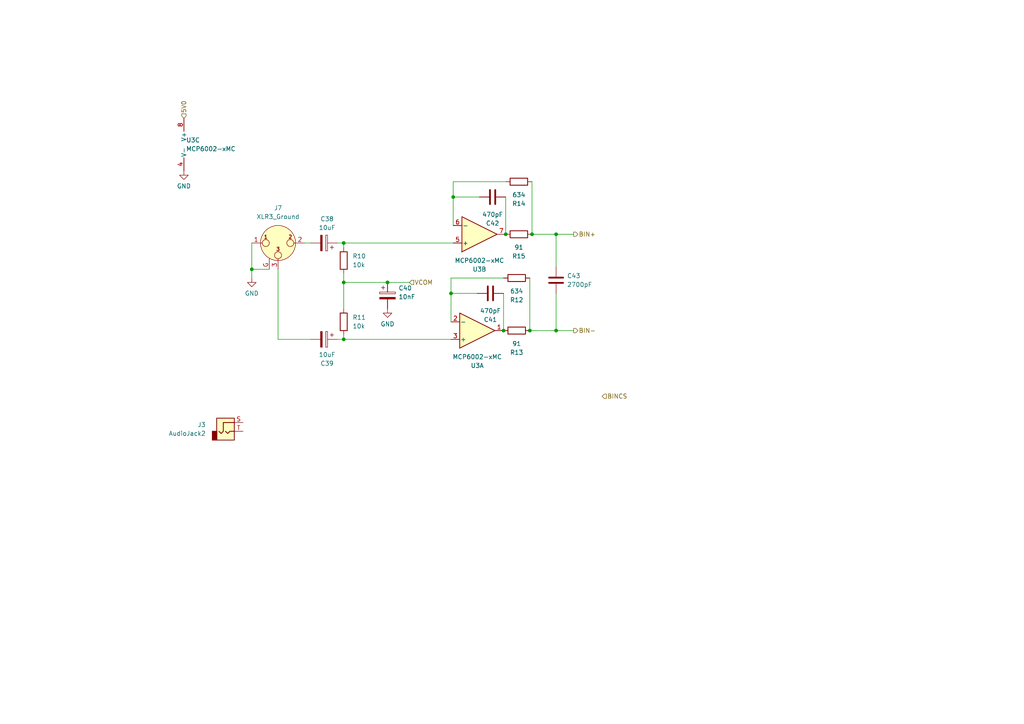
<source format=kicad_sch>
(kicad_sch (version 20230121) (generator eeschema)
  (paper "A4")
  (lib_symbols
    (symbol "Amplifier_Operational:MCP6002-xMC" (pin_names (offset 0.127))
      (property "Reference" "U" (at 0 5.08 0))
      (property "Value" "MCP6002-xMC" (at 0 -5.08 0))
      (symbol "MCP6002-xMC_1_1"
        (polyline (pts (xy -5.08 5.08) (xy 5.08 0) (xy -5.08 -5.08) (xy -5.08 5.08)) (stroke (width 0.254)) (fill (type background)))
        (pin output line (at 7.62 0 180) (length 2.54) (name "~") (number "1"))
        (pin input line (at -7.62 -2.54 0) (length 2.54) (name "-") (number "2"))
        (pin input line (at -7.62 2.54 0) (length 2.54) (name "+") (number "3"))
      )
      (symbol "MCP6002-xMC_2_1"
        (polyline (pts (xy -5.08 5.08) (xy 5.08 0) (xy -5.08 -5.08) (xy -5.08 5.08)) (stroke (width 0.254)) (fill (type background)))
        (pin input line (at -7.62 2.54 0) (length 2.54) (name "+") (number "5"))
        (pin input line (at -7.62 -2.54 0) (length 2.54) (name "-") (number "6"))
        (pin output line (at 7.62 0 180) (length 2.54) (name "~") (number "7"))
      )
      (symbol "MCP6002-xMC_3_1"
        (pin power_in line (at -2.54 -7.62 90) (length 3.81) (name "V-") (number "4"))
        (pin power_in line (at -2.54 7.62 270) (length 3.81) (name "V+") (number "8"))
        (pin passive line (at -2.54 -7.62 90) (length 3.81) hide (name "V-") (number "9"))
      )
    )
    (symbol "Connector_Audio:AudioJack2"
      (property "Reference" "J" (at 0 8.89 0))
      (property "Value" "AudioJack2" (at 0 6.35 0))
      (symbol "AudioJack2_0_1"
        (rectangle (start -3.81 0) (end -2.54 -2.54) (stroke (width 0.254)) (fill (type outline)))
        (rectangle (start -2.54 3.81) (end 2.54 -2.54) (stroke (width 0.254)) (fill (type background)))
        (polyline (pts (xy 0 0) (xy 0.635 -0.635) (xy 1.27 0) (xy 2.54 0)) (stroke (width 0.254)))
        (polyline (pts (xy 2.54 2.54) (xy -0.635 2.54) (xy -0.635 0) (xy -1.27 -0.635) (xy -1.905 0)) (stroke (width 0.254)))
      )
      (symbol "AudioJack2_1_1"
        (pin passive line (at 5.08 2.54 180) (length 2.54) (name "~") (number "S"))
        (pin passive line (at 5.08 0 180) (length 2.54) (name "~") (number "T"))
      )
    )
    (symbol "Connector_Audio:XLR3_Ground" (pin_names hide)
      (property "Reference" "J" (at 0 8.89 0))
      (property "Value" "XLR3_Ground" (at 0 6.35 0))
      (symbol "XLR3_Ground_0_1"
        (circle (center -3.556 0) (radius 1.016))
        (circle (center 0 -3.556) (radius 1.016))
        (polyline (pts (xy -5.08 0) (xy -4.572 0)))
        (polyline (pts (xy -2.54 -5.08) (xy -2.54 -4.445)))
        (polyline (pts (xy 0 -5.08) (xy 0 -4.572)))
        (polyline (pts (xy 5.08 0) (xy 4.572 0)))
        (circle (center 0 0) (radius 5.08) (fill (type background)))
        (circle (center 3.556 0) (radius 1.016))
        (text "1" (at -3.556 1.778 0) (effects (font (size 1.016 1.016) bold)))
        (text "2" (at 3.556 1.778 0) (effects (font (size 1.016 1.016) bold)))
        (text "3" (at 0 -1.778 0) (effects (font (size 1.016 1.016) bold)))
        (pin passive line (at -7.62 0 0) (length 2.54) (name "~") (number "1"))
        (pin passive line (at 7.62 0 180) (length 2.54) (name "~") (number "2"))
        (pin passive line (at 0 -7.62 90) (length 2.54) (name "~") (number "3"))
      )
      (symbol "XLR3_Ground_1_1"
        (pin passive line (at -2.54 -7.62 90) (length 2.54) (name "~") (number "G"))
      )
    )
    (symbol "Device:C" (pin_numbers hide) (pin_names (offset 0.254))
      (property "Reference" "C" (at 0.635 2.54 0))
      (property "Value" "C" (at 0.635 -2.54 0))
      (symbol "C_0_1"
        (polyline (pts (xy -2.032 -0.762) (xy 2.032 -0.762)) (stroke (width 0.508)))
        (polyline (pts (xy -2.032 0.762) (xy 2.032 0.762)) (stroke (width 0.508)))
      )
      (symbol "C_1_1"
        (pin passive line (at 0 3.81 270) (length 2.794) (name "~") (number "1"))
        (pin passive line (at 0 -3.81 90) (length 2.794) (name "~") (number "2"))
      )
    )
    (symbol "Device:C_Polarized" (pin_numbers hide) (pin_names (offset 0.254))
      (property "Reference" "C" (at 0.635 2.54 0))
      (property "Value" "C_Polarized" (at 0.635 -2.54 0))
      (symbol "C_Polarized_0_1"
        (rectangle (start -2.286 0.508) (end 2.286 1.016))
        (polyline (pts (xy -1.778 2.286) (xy -0.762 2.286)))
        (polyline (pts (xy -1.27 2.794) (xy -1.27 1.778)))
        (rectangle (start 2.286 -0.508) (end -2.286 -1.016) (fill (type outline)))
      )
      (symbol "C_Polarized_1_1"
        (pin passive line (at 0 3.81 270) (length 2.794) (name "~") (number "1"))
        (pin passive line (at 0 -3.81 90) (length 2.794) (name "~") (number "2"))
      )
    )
    (symbol "Device:R" (pin_numbers hide) (pin_names (offset 0))
      (property "Reference" "R" (at 2.032 0 90))
      (property "Value" "R" (at 0 0 90))
      (symbol "R_0_1"
        (rectangle (start -1.016 -2.54) (end 1.016 2.54) (stroke (width 0.254)))
      )
      (symbol "R_1_1"
        (pin passive line (at 0 3.81 270) (length 1.27) (name "~") (number "1"))
        (pin passive line (at 0 -3.81 90) (length 1.27) (name "~") (number "2"))
      )
    )
    (symbol "power:GND" (power) (pin_names (offset 0))
      (property "Value" "GND" (at 0 -3.81 0))
      (symbol "GND_0_1"
        (polyline (pts (xy 0 0) (xy 0 -1.27) (xy 1.27 -1.27) (xy 0 -2.54) (xy -1.27 -1.27) (xy 0 -1.27)))
      )
      (symbol "GND_1_1"
        (pin power_in line (at 0 0 270) (length 0) hide (name "GND") (number "1"))
      )
    )
  )
  (junction (at 161.29 95.885))
  (junction (at 146.05 95.885))
  (junction (at 73.025 78.105))
  (junction (at 153.67 95.885))
  (junction (at 154.305 67.945))
  (junction (at 112.395 81.915))
  (junction (at 131.445 57.15))
  (junction (at 130.81 85.09))
  (junction (at 99.695 98.425))
  (junction (at 161.29 67.945))
  (junction (at 99.695 81.915))
  (junction (at 146.685 67.945))
  (junction (at 99.695 70.485))
  (wire (pts (xy 138.43 85.09) (xy 130.81 85.09)))
  (wire (pts (xy 99.695 81.915) (xy 99.695 79.375)))
  (wire (pts (xy 99.695 98.425) (xy 130.81 98.425)))
  (wire (pts (xy 78.105 78.105) (xy 73.025 78.105)))
  (wire (pts (xy 131.445 57.15) (xy 131.445 65.405)))
  (wire (pts (xy 146.685 52.705) (xy 131.445 52.705)))
  (wire (pts (xy 154.305 52.705) (xy 154.305 67.945)))
  (wire (pts (xy 161.29 67.945) (xy 161.29 77.47)))
  (wire (pts (xy 99.695 70.485) (xy 131.445 70.485)))
  (wire (pts (xy 99.695 70.485) (xy 97.79 70.485)))
  (wire (pts (xy 73.025 78.105) (xy 73.025 70.485)))
  (wire (pts (xy 90.17 70.485) (xy 88.265 70.485)))
  (wire (pts (xy 80.645 98.425) (xy 80.645 78.105)))
  (wire (pts (xy 131.445 52.705) (xy 131.445 57.15)))
  (wire (pts (xy 99.695 98.425) (xy 97.79 98.425)))
  (wire (pts (xy 153.67 95.885) (xy 161.29 95.885)))
  (wire (pts (xy 146.685 57.15) (xy 146.685 67.945)))
  (wire (pts (xy 99.695 70.485) (xy 99.695 71.755)))
  (wire (pts (xy 90.17 98.425) (xy 80.645 98.425)))
  (wire (pts (xy 161.29 95.885) (xy 166.37 95.885)))
  (wire (pts (xy 161.29 85.09) (xy 161.29 95.885)))
  (wire (pts (xy 154.305 67.945) (xy 161.29 67.945)))
  (wire (pts (xy 112.395 81.915) (xy 118.745 81.915)))
  (wire (pts (xy 161.29 67.945) (xy 166.37 67.945)))
  (wire (pts (xy 130.81 85.09) (xy 130.81 93.345)))
  (wire (pts (xy 146.05 80.645) (xy 130.81 80.645)))
  (wire (pts (xy 99.695 81.915) (xy 112.395 81.915)))
  (wire (pts (xy 99.695 81.915) (xy 99.695 89.535)))
  (wire (pts (xy 131.445 57.15) (xy 139.065 57.15)))
  (wire (pts (xy 153.67 95.885) (xy 153.67 80.645)))
  (wire (pts (xy 130.81 80.645) (xy 130.81 85.09)))
  (wire (pts (xy 73.025 78.105) (xy 73.025 80.645)))
  (wire (pts (xy 99.695 97.155) (xy 99.695 98.425)))
  (wire (pts (xy 146.05 85.09) (xy 146.05 95.885)))
  (hierarchical_label "BIN+" (shape output) (at 166.37 67.945 0))
  (hierarchical_label "BIN-" (shape output) (at 166.37 95.885 0))
  (hierarchical_label "5V0" (shape input) (at 53.34 34.29 90))
  (hierarchical_label "BINCS" (shape input) (at 174.625 114.935 0))
  (hierarchical_label "VCOM" (shape input) (at 118.745 81.915 0))
  (symbol (lib_id "Device:R") (at 99.695 93.345 0) (unit 1)
    (property "Reference" "R11" (at 102.235 92.075 0) (effects (justify left)))
    (property "Value" "10k" (at 102.235 94.615 0) (effects (justify left)))
  )
  (symbol (lib_id "Device:C") (at 142.875 57.15 270) (mirror x) (unit 1)
    (property "Reference" "C42" (at 142.875 64.77 90))
    (property "Value" "470pF" (at 142.875 62.23 90))
  )
  (symbol (lib_id "Device:R") (at 99.695 75.565 0) (unit 1)
    (property "Reference" "R10" (at 102.235 74.295 0) (effects (justify left)))
    (property "Value" "10k" (at 102.235 76.835 0) (effects (justify left)))
  )
  (symbol (lib_id "power:GND") (at 73.025 80.645 0) (unit 1)
    (property "Reference" "#PWR028" (effects hide))
    (property "Value" "GND" (at 73.025 85.09 0))
  )
  (symbol (lib_id "Device:C_Polarized") (at 93.98 70.485 270) (mirror x) (unit 1)
    (property "Reference" "C38" (at 94.869 63.5 90))
    (property "Value" "10uF" (at 94.869 66.04 90))
  )
  (symbol (lib_id "Device:R") (at 149.86 95.885 90) (mirror x) (unit 1)
    (property "Reference" "R13" (at 149.86 102.235 90))
    (property "Value" "91" (at 149.86 99.695 90))
  )
  (symbol (lib_id "Connector_Audio:AudioJack2") (at 65.405 125.095 0) (unit 1)
    (property "Reference" "J3" (at 59.69 123.19 0) (effects (justify right)))
    (property "Value" "AudioJack2" (at 59.69 125.73 0) (effects (justify right)))
  )
  (symbol (lib_id "Amplifier_Operational:MCP6002-xMC") (at 139.065 67.945 0) (mirror x) (unit 2)
    (property "Reference" "U3" (at 139.065 78.105 0))
    (property "Value" "MCP6002-xMC" (at 139.065 75.565 0))
    (property "Footprint" "Package_DFN_QFN:DFN-8-1EP_3x2mm_P0.5mm_EP1.75x1.45mm" (effects hide))
    (property "Datasheet" "http://ww1.microchip.com/downloads/en/DeviceDoc/21733j.pdf" (effects hide))
  )
  (symbol (lib_id "Amplifier_Operational:MCP6002-xMC") (at 138.43 95.885 0) (mirror x) (unit 1)
    (property "Reference" "U3" (at 138.43 106.045 0))
    (property "Value" "MCP6002-xMC" (at 138.43 103.505 0))
    (property "Footprint" "Package_DFN_QFN:DFN-8-1EP_3x2mm_P0.5mm_EP1.75x1.45mm" (effects hide))
    (property "Datasheet" "http://ww1.microchip.com/downloads/en/DeviceDoc/21733j.pdf" (effects hide))
  )
  (symbol (lib_id "Device:C") (at 161.29 81.28 0) (unit 1)
    (property "Reference" "C43" (at 164.465 80.01 0) (effects (justify left)))
    (property "Value" "2700pF" (at 164.465 82.55 0) (effects (justify left)))
  )
  (symbol (lib_id "power:GND") (at 53.34 49.53 0) (mirror y) (unit 1)
    (property "Reference" "#PWR038" (effects hide))
    (property "Value" "GND" (at 53.34 53.975 0))
  )
  (symbol (lib_id "Connector_Audio:XLR3_Ground") (at 80.645 70.485 0) (unit 1)
    (property "Reference" "J7" (at 80.645 60.325 0))
    (property "Value" "XLR3_Ground" (at 80.645 62.865 0))
    (property "Datasheet" " ~" (effects hide))
  )
  (symbol (lib_id "Device:C") (at 142.24 85.09 270) (mirror x) (unit 1)
    (property "Reference" "C41" (at 142.24 92.71 90))
    (property "Value" "470pF" (at 142.24 90.17 90))
  )
  (symbol (lib_id "Amplifier_Operational:MCP6002-xMC") (at 55.88 41.91 0) (unit 3)
    (property "Reference" "U3" (at 53.975 40.64 0) (effects (justify left)))
    (property "Value" "MCP6002-xMC" (at 53.975 43.18 0) (effects (justify left)))
    (property "Footprint" "Package_DFN_QFN:DFN-8-1EP_3x2mm_P0.5mm_EP1.75x1.45mm" (effects hide))
    (property "Datasheet" "http://ww1.microchip.com/downloads/en/DeviceDoc/21733j.pdf" (effects hide))
  )
  (symbol (lib_id "power:GND") (at 112.395 89.535 0) (mirror y) (unit 1)
    (property "Reference" "#PWR036" (effects hide))
    (property "Value" "GND" (at 112.395 93.98 0))
  )
  (symbol (lib_id "Device:C_Polarized") (at 112.395 85.725 0) (unit 1)
    (property "Reference" "C40" (at 115.57 83.566 0) (effects (justify left)))
    (property "Value" "10nF" (at 115.57 86.106 0) (effects (justify left)))
  )
  (symbol (lib_id "Device:R") (at 150.495 67.945 90) (mirror x) (unit 1)
    (property "Reference" "R15" (at 150.495 74.295 90))
    (property "Value" "91" (at 150.495 71.755 90))
  )
  (symbol (lib_id "Device:R") (at 150.495 52.705 90) (mirror x) (unit 1)
    (property "Reference" "R14" (at 150.495 59.055 90))
    (property "Value" "634" (at 150.495 56.515 90))
  )
  (symbol (lib_id "Device:R") (at 149.86 80.645 90) (mirror x) (unit 1)
    (property "Reference" "R12" (at 149.86 86.995 90))
    (property "Value" "634" (at 149.86 84.455 90))
  )
  (symbol (lib_id "Device:C_Polarized") (at 93.98 98.425 270) (unit 1)
    (property "Reference" "C39" (at 94.869 105.41 90))
    (property "Value" "10uF" (at 94.869 102.87 90))
  )
)
</source>
